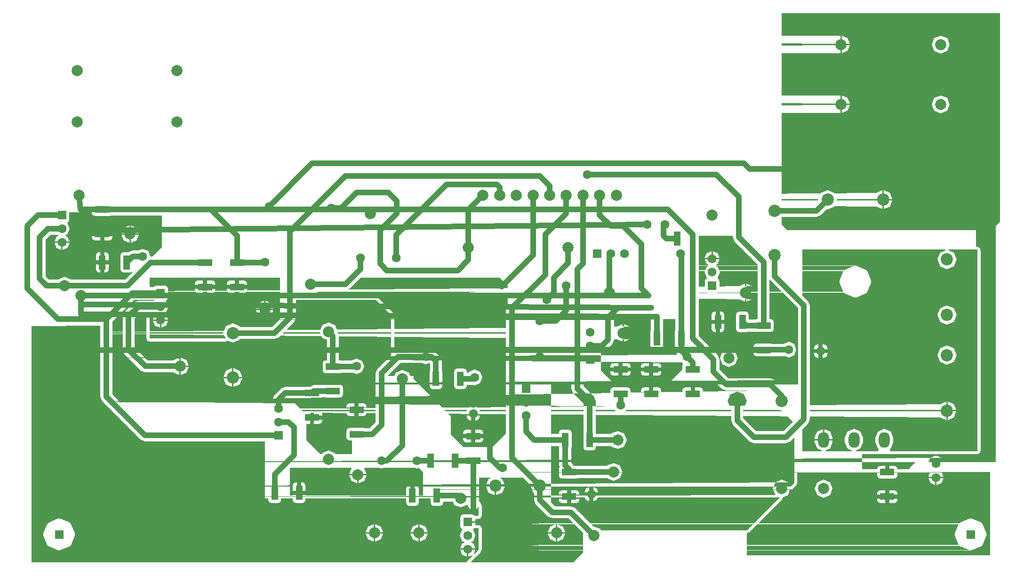
<source format=gtl>
%FSTAX23Y23*%
%MOMM*%
%SFA1B1*%

%IPPOS*%
%ADD10R,1.199998X2.599995*%
%ADD11R,2.599995X1.199998*%
%ADD12C,0.999998*%
%ADD13C,1.999996*%
%ADD14R,1.599997X1.599997*%
%ADD15C,2.199996*%
%ADD16C,1.599997*%
%ADD17R,1.599997X1.599997*%
%ADD18O,1.999996X2.799994*%
%LNpcbbyb2aver3-1*%
%LPD*%
G36*
X92327Y16392D02*
X92268Y16249D01*
X92775Y15025*
X92917Y14966*
Y13749*
X93234Y12984*
X95484Y10734*
X96249Y10417*
X99111*
X101749Y07779*
Y04249*
X99999Y02499*
X81681*
X81632Y02617*
X82288Y03273*
X82293Y03283*
X82354Y03345*
X82391Y03434*
X82406Y03449*
X8241Y03459*
X8242Y03463*
X82435Y03478*
X82524Y03515*
X82586Y03576*
X82596Y03581*
X83306Y04291*
X83347Y0439*
X83423Y04466*
X83499Y0465*
Y04758*
X83541Y04857*
Y08559*
X83499Y08659*
Y08767*
X83468Y08843*
X83392Y08919*
X83382Y08942*
X83359Y08952*
X83284Y09026*
X83274Y0905*
X83251Y09059*
X83175Y09136*
X83099Y09167*
X82991*
X82892Y09208*
X82448*
X82448Y09208*
X8243*
X82341Y09298*
Y09622*
X80999*
Y09876*
X82341*
Y10201*
X8243Y1029*
X82448*
X82448Y10291*
X82892*
X82991Y10332*
X83099*
X83175Y10363*
X83251Y10439*
X83274Y10449*
X83284Y10473*
X83359Y10547*
X83382Y10557*
X83392Y1058*
X83468Y10656*
X83499Y10732*
Y1084*
X83541Y10939*
Y12642*
X83499Y12741*
Y12849*
X83423Y13033*
X83347Y13109*
X83306Y13208*
X83082Y13432*
Y17749*
X85114*
X85139Y17625*
X84775Y17474*
X8432Y16376*
X85999*
X87679*
X87224Y17474*
X8686Y17625*
X86885Y17749*
X90969*
X92327Y16392*
G37*
G36*
X174999Y03749D02*
X131249D01*
Y07708*
X131632Y07867*
X137537Y13772*
X137558Y13823*
X137604Y13854*
X137635Y14009*
X137696Y14154*
X137677Y14199*
X138648Y14601*
X139049Y15572*
X139094Y15553*
X13924Y15614*
X139395Y15644*
X139426Y15691*
X139477Y15712*
X140132Y16367*
X140291Y16749*
Y18749*
X154658*
Y18099*
X154817Y17717*
X155199Y17558*
X157799*
X158182Y17717*
X158341Y18099*
Y18749*
X164119*
X164204Y18622*
X163895Y17876*
X165249*
X166604*
X166295Y18622*
X16638Y18749*
X174999*
Y03749*
G37*
G36*
X71879Y19342D02*
X72252Y19497D01*
X72999Y18749*
Y14541*
X72191*
Y15799*
X72032Y16182*
X71649Y16341*
X71424*
Y14499*
X70674*
Y16341*
X70449*
X70067Y16182*
X69908Y15799*
Y14541*
X51841*
Y14624*
X50699*
X49558*
Y14541*
X48999*
Y19469*
X4903Y19499*
X55718*
X55999Y19383*
X56281Y19499*
X60037*
X60091Y19372*
X59678Y18376*
X6282*
X62408Y19372*
X62461Y19499*
X6512*
X65499Y19342*
X65879Y19499*
X715*
X71879Y19342*
G37*
G36*
X176749Y63749D02*
X175999Y62999D01*
Y20499*
X16657*
X166244Y21284*
X165249Y21697*
X164254Y21284*
X163929Y20499*
X161499*
X160499Y19499*
Y19291*
X158341*
Y19299*
X158182Y19682*
X157799Y19841*
X156874*
Y18699*
X156124*
Y19841*
X155199*
X154817Y19682*
X154658Y19299*
Y19291*
X151999*
Y21958*
X154769*
X154869Y21999*
X15705*
X157149Y21958*
X172642*
X172741Y21999*
X172849*
X172925Y22031*
X173001Y22107*
X173024Y22117*
X173034Y2214*
X173109Y22215*
X173132Y22225*
X173142Y22248*
X173218Y22324*
X173249Y224*
Y22508*
X173291Y22607*
Y58642*
X173249Y58741*
Y58849*
X173218Y58925*
X173142Y59001*
X173132Y59024*
X173109Y59034*
X173034Y59109*
X173024Y59132*
X173001Y59142*
X172925Y59218*
X172849Y59249*
X172741*
X172642Y59291*
X172499*
Y62249*
X138499*
X137499Y63249*
Y64586*
X137533Y64667*
X143749*
X144515Y64984*
X145607Y66077*
X145749Y66018*
X146974Y66525*
X147481Y67749*
X146974Y68974*
X145749Y69481*
X144525Y68974*
X144018Y67749*
X144077Y67607*
X143301Y66832*
X137533*
X137499Y66913*
Y101249*
X176749*
Y63749*
G37*
G36*
X14917Y44985D02*
Y32249D01*
X15234Y31484*
X22174Y24544*
X22939Y24227*
X44499*
Y13999*
X45158*
Y13699*
X45317Y13317*
X45699Y13158*
X46899*
X47282Y13317*
X47441Y13699*
Y13999*
X49558*
Y13699*
X49717Y13317*
X50099Y13158*
X51299*
X51682Y13317*
X51841Y13699*
Y13999*
X69908*
Y13199*
X70067Y12817*
X70449Y12658*
X71649*
X72032Y12817*
X72191Y13199*
Y13999*
X74308*
Y13199*
X74467Y12817*
X74849Y12658*
X76049*
X76432Y12817*
X76591Y13199*
Y13417*
X78367*
X78601Y12851*
X79749Y12376*
X80849Y12831*
X81003Y12791*
X81234Y12234*
X81999Y11917*
X82765Y12234*
X82872Y12494*
X82999Y12469*
Y11047*
Y10939*
X82976Y1093*
X82901Y10855*
X82892Y10832*
X82784*
X82448*
X82448Y10832*
X8243*
X82358Y10802*
X82219Y10844*
X82182Y10932*
X81799Y11091*
X80199*
X79817Y10932*
X79658Y10549*
Y08949*
X79817Y08567*
X80061Y08465*
Y08328*
X80004Y08304*
X79592Y07309*
X80004Y06314*
X80394Y06153*
Y06026*
X80004Y05864*
X79645Y04996*
X80999*
Y04869*
Y04996*
X82354*
X81994Y05864*
X81604Y06026*
Y06153*
X81994Y06314*
X82407Y07309*
X81994Y08304*
X81938Y08328*
Y08465*
X82182Y08567*
X82219Y08655*
X82358Y08697*
X8243Y08667*
X82448*
X82448Y08667*
X82784*
X82892*
X82901Y08644*
X82976Y08569*
X82999Y08559*
Y08452*
Y04965*
Y04857*
X82923Y04673*
X82233Y03983*
X82225Y03977*
X82169Y03964*
X82136Y03986*
X82093Y04048*
X82083Y04089*
X82354Y04742*
X81126*
Y03515*
X8176Y03777*
X81904Y03699*
X81904Y03696*
X81891Y03641*
X80749Y02499*
X02499*
Y44999*
X14827Y45075*
X14917Y44985*
G37*
G36*
X13408Y65349D02*
X13567Y64967D01*
X13949Y64808*
X16549*
X16691Y64867*
X25999*
Y59249*
X24282Y57532*
X24059*
X24024*
X23995*
X23864Y57601*
X23495Y58494*
X22499Y58907*
X21716Y58582*
X20699*
X19996Y58291*
X1905*
X18667Y58132*
X18508Y57749*
Y55149*
X18667Y54767*
X1905Y54608*
X20249*
X20581Y54745*
X20653Y54638*
X19347Y53332*
X09675*
X09648Y53397*
X08499Y53873*
X07351Y53397*
X07324Y53332*
X05698*
X05082Y53948*
Y60551*
X05948Y61417*
X07216*
X07394Y61343*
Y61216*
X07004Y61054*
X06645Y60186*
X07999*
X09354*
X08994Y61054*
X08604Y61216*
Y61343*
X08994Y61504*
X09407Y62499*
X08994Y63494*
X08938Y63518*
Y63655*
X09182Y63757*
X09341Y64139*
Y65499*
X13408*
Y65349*
G37*
G36*
X166961Y58749D02*
X166987Y58622D01*
X166025Y58224*
X165518Y56999*
X166025Y55775*
X167249Y55268*
X168474Y55775*
X168981Y56999*
X168474Y58224*
X167512Y58622*
X167537Y58749*
X172499*
X172642*
X172718Y58718*
X172749Y58642*
Y22607*
X172718Y22531*
X172642Y22499*
X157149*
X157073Y22531*
X157001Y22707*
X156956Y22751*
X156966Y22893*
X157107Y22951*
X157583Y24099*
Y24899*
X157107Y26047*
X155959Y26523*
X154811Y26047*
X154336Y24899*
Y24099*
X154811Y22951*
X154953Y22893*
X154963Y22751*
X154918Y22707*
X154846Y22531*
X154769Y22499*
X151999*
X150882*
X150857Y22624*
X151648Y22951*
X152123Y24099*
Y24899*
X151648Y26047*
X150499Y26523*
X149351Y26047*
X148876Y24899*
Y24099*
X149351Y22951*
X150142Y22624*
X150117Y22499*
X145422*
X145397Y22624*
X146187Y22951*
X146663Y24099*
Y24372*
X143416*
Y24099*
X143891Y22951*
X144682Y22624*
X144657Y22499*
X141249*
Y26469*
X142265Y27484*
X142582Y28249*
Y48749*
X142265Y49515*
X141249Y5053*
Y58749*
X166961*
G37*
G36*
X88249Y52249D02*
Y4903D01*
X88234Y49015*
X87917Y48249*
Y25667*
X85499Y23249*
X80249*
X77999Y25499*
Y28749*
X71249Y35499*
Y35999*
X70666*
X70397Y36647*
X69249Y37123*
X68101Y36647*
X67833Y35999*
X6671*
X66657Y36126*
X68948Y38417*
X72716*
X73499Y38092*
X74119Y38349*
X74217Y38251*
Y36941*
X74158Y36799*
Y34199*
X74317Y33817*
X74699Y33658*
X75899*
X76282Y33817*
X76441Y34199*
Y36799*
X76382Y36941*
Y38699*
X76065Y39465*
X75265Y40265*
X74499Y40582*
X74283*
X73499Y40907*
X72716Y40582*
X68499*
X67896Y40332*
X67857Y40358*
X67791Y40426*
Y46892*
X67749Y46991*
Y47099*
X67673Y47283*
X67597Y47359*
X67556Y47458*
X64958Y50056*
X64859Y50097*
X64783Y50173*
X64599Y50249*
X64491*
X64392Y50291*
X53999*
Y51417*
X58999*
X59765Y51734*
X6178Y53749*
X86749*
X88249Y52249*
G37*
G36*
X126734Y33734D02*
X127499Y33417D01*
X133832*
X13578Y31468*
X136275Y30275*
X137468Y2978*
X139484Y27765*
X137801Y26082*
X132948*
X130582Y28448*
Y30216*
X130724Y30275*
X131231Y31499*
X130724Y32724*
X129499Y33231*
X128275Y32724*
X127768Y31499*
X128275Y30275*
X128417Y30216*
Y27999*
X128734Y27234*
X131734Y24234*
X132499Y23917*
X138249*
X139015Y24234*
X139632Y24851*
X139749Y24803*
Y16749*
X139094Y16094*
X13897Y16119*
X138648Y16898*
X137499Y17373*
X136351Y16898*
X135876Y15749*
X136351Y14601*
X13713Y14279*
X137154Y14154*
X131249Y08249*
X104984*
X104897Y08457*
X103749Y08933*
X103684Y08906*
X100325Y12265*
X99559Y12582*
X96698*
X95999Y1328*
Y23417*
X97408*
Y23199*
X97467Y23057*
Y19949*
X97576Y19686*
X97567Y19682*
X97408Y19299*
Y18099*
X97567Y17717*
X97949Y17558*
X100549*
X100812Y17667*
X106074*
X106101Y17601*
X107249Y17126*
X108397Y17601*
X108873Y18749*
X108397Y19898*
X107249Y20373*
X106101Y19898*
X106074Y19832*
X100571*
X100549Y19841*
X100087*
X100015Y20015*
X99632Y20398*
Y23057*
X99691Y23199*
Y25799*
X99532Y26182*
X99149Y26341*
X97949*
X97567Y26182*
X97408Y25799*
Y25582*
X95999*
Y34499*
X99667*
Y33749*
X99984Y32984*
X101867Y31101*
Y25941*
X101808Y25799*
Y23199*
X101967Y22817*
X102349Y22658*
X103549*
X103932Y22817*
X104091Y23199*
Y23417*
X106824*
X106851Y23351*
X107999Y22876*
X109147Y23351*
X109623Y24499*
X109147Y25648*
X107999Y26123*
X106851Y25648*
X106824Y25582*
X104091*
Y25799*
X104032Y25941*
Y31549*
X103715Y32315*
X101832Y34198*
Y34499*
X106958*
X125969*
X126734Y33734*
G37*
G36*
X128667Y60999D02*
X128984Y60234D01*
X133167Y56051*
Y46221*
X132949*
X132807Y46162*
X131591*
Y47049*
X131432Y47432*
X131049Y47591*
X129849*
X129467Y47432*
X129308Y47049*
Y4445*
X129467Y44067*
X129849Y43908*
X131049*
X131265Y43997*
X132807*
X132949Y43939*
X135549*
X135932Y44097*
X136091Y4448*
Y4568*
X135932Y46063*
X135549Y46221*
X135332*
Y53276*
X135456Y53301*
X135484Y53234*
X140417Y48301*
Y34499*
X13703*
X136265Y35265*
X135499Y35582*
X127948*
X126332Y37198*
Y38999*
X126015Y39765*
X122582Y43198*
Y61249*
X128667*
Y60999*
G37*
G36*
X47249Y4628D02*
X45801Y44832D01*
X40033*
X39974Y44974*
X38749Y45481*
X37525Y44974*
X37018Y43749*
X37388Y42855*
X37318Y42749*
X23749*
Y47417*
X24966*
X25144Y47343*
Y47216*
X24754Y47054*
X24395Y46186*
X25749*
X27104*
X26744Y47054*
X26354Y47216*
Y47343*
X26744Y47504*
X27157Y48499*
X26744Y49494*
X26688Y49518*
Y49655*
X26932Y49757*
X27091Y50139*
Y51739*
X26932Y52122*
X26549Y52281*
X24949*
X24567Y52122*
X24525Y52022*
X23749*
Y53749*
X47249*
Y4628*
G37*
G36*
X64576Y49673D02*
X67173Y47076D01*
X67249Y46892*
Y40403*
Y3978*
X64734Y37265*
X64417Y36499*
Y27698*
X63351Y26632*
X62441*
X62299Y26691*
X59699*
X59317Y26532*
X59158Y26149*
Y24949*
X59317Y24567*
X59699Y24408*
X60167*
Y21999*
X57212*
X57147Y22155*
X55999Y2263*
X54851Y22155*
X54787Y21999*
X54499*
X51999Y24499*
Y27408*
X52624*
Y28549*
Y29691*
X51699*
X51423Y29576*
X49749Y31249*
X4821*
X48157Y31376*
X48648Y31867*
X51557*
X51699Y31808*
X54299*
X54682Y31967*
X54786Y32217*
X55307*
X55449Y32158*
X58049*
X58432Y32317*
X58591Y32699*
Y33899*
X58432Y34282*
X58049Y34441*
X55449*
X55307Y34382*
X53349*
X52646Y34091*
X51699*
X51557Y34032*
X48199*
X47434Y33715*
X46234Y32515*
X45917Y3175*
Y31249*
X1853*
X17082Y32698*
Y45801*
X2103Y49749*
X24568*
X24615Y49709*
X24568Y49582*
X21749*
X20984Y49265*
X19234Y47515*
X18917Y46749*
Y40749*
X19234Y39984*
X22234Y36984*
X22999Y36667*
X28074*
X28101Y36601*
X29122Y36178*
Y37749*
Y3932*
X28101Y38897*
X28074Y38832*
X23448*
X21082Y41198*
Y46301*
X22198Y47417*
X23208*
Y42749*
X23367Y42367*
X23749Y42208*
X37318*
X37369Y42229*
X37423Y42219*
X37554Y42306*
X377Y42367*
X37839Y42395*
X38749Y42018*
X39974Y42525*
X40033Y42667*
X46249*
X47015Y42984*
X49765Y45734*
X50082Y46499*
Y49749*
X64392*
X64576Y49673*
G37*
G36*
X118367Y44191D02*
X118308Y44049D01*
Y41449*
X118367Y41307*
Y40549*
X118684Y39784*
X11918Y39288*
X119504Y38504*
X119749Y38403*
Y3802*
X119658Y37799*
Y37158*
X117541Y35041*
X106958*
X104999Y36999*
Y40357*
X105189*
X105955Y40674*
X107015Y41734*
X107332Y42499*
Y43524*
X107459Y43549*
X107851Y42601*
X108872Y42178*
Y43749*
Y4532*
X107851Y44897*
X107459Y4395*
X107332Y43975*
Y46051*
X10753Y46249*
X113967*
Y44191*
X113908Y44049*
Y41449*
X114067Y41067*
X114449Y40908*
X115649*
X116032Y41067*
X116191Y41449*
Y44049*
X116132Y44191*
Y46249*
X118367*
Y44191*
G37*
%LNpcbbyb2aver3-2*%
%LPC*%
G36*
X9857Y07682D02*
X97126D01*
Y06238*
X98147Y06661*
X9857Y07682*
G37*
G36*
X96872D02*
X95428D01*
X95851Y06661*
X96872Y06238*
Y07682*
G37*
G36*
X85872Y16122D02*
X8432D01*
X84775Y15025*
X85872Y1457*
Y16122*
G37*
G36*
X87679D02*
X86126D01*
Y1457*
X87224Y15025*
X87679Y16122*
G37*
G36*
X96872Y0938D02*
X95851Y08957D01*
X95428Y07936*
X96872*
Y0938*
G37*
G36*
X97126D02*
Y07936D01*
X9857*
X98147Y08957*
X97126Y0938*
G37*
G36*
X145039Y17373D02*
X143891Y16898D01*
X143416Y15749*
X143891Y14601*
X145039Y14126*
X146188Y14601*
X146663Y15749*
X146188Y16898*
X145039Y17373*
G37*
G36*
X157799Y15441D02*
X156874D01*
Y14674*
X158341*
Y14899*
X158182Y15282*
X157799Y15441*
G37*
G36*
X156124D02*
X155199D01*
X154817Y15282*
X154658Y14899*
Y14674*
X156124*
Y15441*
G37*
G36*
X171499Y10368D02*
X1714Y10327D01*
X171292*
X169647Y09645*
X169571Y09569*
X169471Y09528*
X16943Y09428*
X169354Y09352*
X168672Y07707*
Y07599*
X168631Y07499*
X168672Y074*
Y07292*
X169354Y05647*
X16943Y05571*
X169471Y05471*
X169571Y0543*
X169647Y05354*
X171292Y04672*
X1714*
X171499Y04631*
X171599Y04672*
X171707*
X173352Y05354*
X173428Y0543*
X173528Y05471*
X173569Y05571*
X173645Y05647*
X174327Y07292*
Y074*
X174368Y07499*
X174327Y07599*
Y07707*
X173645Y09352*
X173569Y09428*
X173528Y09528*
X173428Y09569*
X173352Y09645*
X171707Y10327*
X171599*
X171499Y10368*
G37*
G36*
X156124Y13924D02*
X154658D01*
Y13699*
X154817Y13317*
X155199Y13158*
X156124*
Y13924*
G37*
G36*
X158341D02*
X156874D01*
Y13158*
X157799*
X158182Y13317*
X158341Y13699*
Y13924*
G37*
G36*
X165122Y17622D02*
X163895D01*
X164254Y16754*
X165122Y16395*
Y17622*
G37*
G36*
X166604D02*
X165376D01*
Y16395*
X166244Y16754*
X166604Y17622*
G37*
G36*
X6282Y18122D02*
X61376D01*
Y16678*
X62397Y17101*
X6282Y18122*
G37*
G36*
X61122D02*
X59678D01*
X60101Y17101*
X61122Y16678*
Y18122*
G37*
G36*
X50324Y16841D02*
X50099D01*
X49717Y16682*
X49558Y16299*
Y15374*
X50324*
Y16841*
G37*
G36*
X51299D02*
X51074D01*
Y15374*
X51841*
Y16299*
X51682Y16682*
X51299Y16841*
G37*
G36*
X148071Y86447D02*
X14705Y86024D01*
X146627Y85003*
X148071*
Y86447*
G37*
G36*
X148325D02*
Y85003D01*
X149769*
X149346Y86024*
X148325Y86447*
G37*
G36*
X148071Y84749D02*
X146627D01*
X14705Y83728*
X148071Y83305*
Y84749*
G37*
G36*
X149769D02*
X148325D01*
Y83305*
X149346Y83728*
X149769Y84749*
G37*
G36*
X166105Y9725D02*
X164957Y96774D01*
X164482Y95626*
X164957Y94478*
X166105Y94003*
X167253Y94478*
X167729Y95626*
X167253Y96774*
X166105Y9725*
G37*
G36*
X148071Y97197D02*
X14705Y96774D01*
X146627Y95753*
X148071*
Y97197*
G37*
G36*
X148325D02*
Y95753D01*
X149769*
X149346Y96774*
X148325Y97197*
G37*
G36*
X148071Y95499D02*
X146627D01*
X14705Y94478*
X148071Y94055*
Y95499*
G37*
G36*
X149769D02*
X148325D01*
Y94055*
X149346Y94478*
X149769Y95499*
G37*
G36*
X166105Y865D02*
X164957Y86024D01*
X164482Y84876*
X164957Y83728*
X166105Y83253*
X167253Y83728*
X167729Y84876*
X167253Y86024*
X166105Y865*
G37*
G36*
X155622Y69429D02*
X154525Y68974D01*
X15407Y67876*
X155622*
Y69429*
G37*
G36*
X155876D02*
Y67876D01*
X157429*
X156974Y68974*
X155876Y69429*
G37*
G36*
X157429Y67622D02*
X155876D01*
Y6607*
X156974Y66525*
X157429Y67622*
G37*
G36*
X155622D02*
X15407D01*
X154525Y66525*
X155622Y6607*
Y67622*
G37*
G36*
X64122Y07682D02*
X62678D01*
X63101Y06661*
X64122Y06238*
Y07682*
G37*
G36*
X6582D02*
X64376D01*
Y06238*
X65397Y06661*
X6582Y07682*
G37*
G36*
X72122D02*
X70678D01*
X71101Y06661*
X72122Y06238*
Y07682*
G37*
G36*
X80872Y04742D02*
X79645D01*
X80004Y03874*
X80872Y03515*
Y04742*
G37*
G36*
X72376Y0938D02*
Y07936D01*
X7382*
X73397Y08957*
X72376Y0938*
G37*
G36*
X07499Y10368D02*
X074Y10327D01*
X07292*
X05647Y09645*
X05571Y09569*
X05471Y09528*
X0543Y09428*
X05354Y09352*
X04672Y07707*
Y07599*
X04631Y07499*
X04672Y074*
Y07292*
X05354Y05647*
X0543Y05571*
X05471Y05471*
X05571Y0543*
X05647Y05354*
X07292Y04672*
X074*
X07499Y04631*
X07599Y04672*
X07707*
X09352Y05354*
X09428Y0543*
X09528Y05471*
X09569Y05571*
X09645Y05647*
X10327Y07292*
Y074*
X10368Y07499*
X10327Y07599*
Y07707*
X09645Y09352*
X09569Y09428*
X09528Y09528*
X09428Y09569*
X09352Y09645*
X07707Y10327*
X07599*
X07499Y10368*
G37*
G36*
X64122Y0938D02*
X63101Y08957D01*
X62678Y07936*
X64122*
Y0938*
G37*
G36*
X7382Y07682D02*
X72376D01*
Y06238*
X73397Y06661*
X7382Y07682*
G37*
G36*
X64376Y0938D02*
Y07936D01*
X6582*
X65397Y08957*
X64376Y0938*
G37*
G36*
X72122D02*
X71101Y08957D01*
X70678Y07936*
X72122*
Y0938*
G37*
G36*
X14874Y58291D02*
X14649D01*
X14267Y58132*
X14108Y57749*
Y56824*
X14874*
Y58291*
G37*
G36*
X15849D02*
X15624D01*
Y56824*
X16391*
Y57749*
X16232Y58132*
X15849Y58291*
G37*
G36*
X07872Y59932D02*
X06645D01*
X07004Y59064*
X07872Y58705*
Y59932*
G37*
G36*
X20122Y61422D02*
X18678D01*
X19101Y60401*
X20122Y59978*
Y61422*
G37*
G36*
X14874Y61174D02*
X13408D01*
Y60949*
X13567Y60567*
X13949Y60408*
X14874*
Y61174*
G37*
G36*
X09354Y59932D02*
X08126D01*
Y58705*
X08994Y59064*
X09354Y59932*
G37*
G36*
X2182Y61422D02*
X20376D01*
Y59978*
X21398Y60401*
X2182Y61422*
G37*
G36*
X14874Y56074D02*
X14108D01*
Y55149*
X14267Y54767*
X14649Y54608*
X14874*
Y56074*
G37*
G36*
X16391D02*
X15624D01*
Y54608*
X15849*
X16232Y54767*
X16391Y55149*
Y56074*
G37*
G36*
X20376Y6312D02*
Y61676D01*
X2182*
X21398Y62697*
X20376Y6312*
G37*
G36*
X14874Y62691D02*
X13949D01*
X13567Y62532*
X13408Y62149*
Y61924*
X14874*
Y62691*
G37*
G36*
X17091Y61174D02*
X15624D01*
Y60408*
X16549*
X16932Y60567*
X17091Y60949*
Y61174*
G37*
G36*
X20122Y6312D02*
X19101Y62697D01*
X18678Y61676*
X20122*
Y6312*
G37*
G36*
X16549Y62691D02*
X15624D01*
Y61924*
X17091*
Y62149*
X16932Y62532*
X16549Y62691*
G37*
G36*
X167122Y31429D02*
X166025Y30974D01*
X16557Y29876*
X167122*
Y31429*
G37*
G36*
X168929Y29622D02*
X167376D01*
Y2807*
X168474Y28525*
X168929Y29622*
G37*
G36*
X167122D02*
X16557D01*
X166025Y28525*
X167122Y2807*
Y29622*
G37*
G36*
X167376Y31429D02*
Y29876D01*
X168929*
X168474Y30974*
X167376Y31429*
G37*
G36*
X144912Y2647D02*
X143891Y26047D01*
X143803Y25833*
X143734Y25805*
X143417Y25039*
X143445Y24971*
X143416Y24899*
Y24626*
X144912*
Y2647*
G37*
G36*
X145166D02*
Y24626D01*
X146663*
Y24899*
X146187Y26047*
X145166Y2647*
G37*
G36*
X150749Y55868D02*
X15065Y55827D01*
X150542*
X148897Y55145*
X148821Y55069*
X148721Y55028*
X14868Y54928*
X148604Y54852*
X147922Y53207*
Y53099*
X147881Y52999*
X147922Y529*
Y52792*
X148604Y51147*
X14868Y51071*
X148721Y50971*
X148821Y5093*
X148897Y50854*
X150542Y50172*
X15065*
X150749Y50131*
X150849Y50172*
X150957*
X152602Y50854*
X152678Y5093*
X152778Y50971*
X152819Y51071*
X152895Y51147*
X153577Y52792*
Y529*
X153618Y52999*
X153577Y53099*
Y53207*
X152895Y54852*
X152819Y54928*
X152778Y55028*
X152678Y55069*
X152602Y55145*
X150957Y55827*
X150849*
X150749Y55868*
G37*
G36*
X167249Y41481D02*
X166025Y40974D01*
X165518Y39749*
X166025Y38525*
X167249Y38018*
X168474Y38525*
X168981Y39749*
X168474Y40974*
X167249Y41481*
G37*
G36*
X144124Y40124D02*
X143248D01*
X143504Y39504*
X144124Y39248*
Y40124*
G37*
G36*
X144874Y41751D02*
Y40874D01*
X145751*
X145494Y41494*
X144874Y41751*
G37*
G36*
X145751Y40124D02*
X144874D01*
Y39248*
X145494Y39504*
X145751Y40124*
G37*
G36*
X144124Y41751D02*
X143504Y41494D01*
X143248Y40874*
X144124*
Y41751*
G37*
G36*
X167249Y48731D02*
X166025Y48224D01*
X165518Y46999*
X166025Y45775*
X167249Y45268*
X168474Y45775*
X168981Y46999*
X168474Y48224*
X167249Y48731*
G37*
G36*
X81624Y30501D02*
X81004Y30244D01*
X80748Y29624*
X81624*
Y30501*
G37*
G36*
X82374D02*
Y29624D01*
X83251*
X82994Y30244*
X82374Y30501*
G37*
G36*
X81624Y26341D02*
X80699D01*
X80317Y26182*
X80158Y25799*
Y25574*
X81624*
Y26341*
G37*
G36*
X83299D02*
X82374D01*
Y25574*
X83841*
Y25799*
X83682Y26182*
X83299Y26341*
G37*
G36*
X81624Y28874D02*
X80748D01*
X81004Y28254*
X81624Y27998*
Y28874*
G37*
G36*
X83251D02*
X82374D01*
Y27998*
X82994Y28254*
X83251Y28874*
G37*
G36*
X80299Y37341D02*
X79099D01*
X78717Y37182*
X78558Y36799*
Y34199*
X78717Y33817*
X79099Y33658*
X80299*
X80682Y33817*
X80841Y34199*
Y34417*
X81999*
X82034Y34431*
X82249Y34342*
X83244Y34754*
X83657Y35749*
X83244Y36744*
X82249Y37157*
X81254Y36744*
X81187Y36582*
X80841*
Y36799*
X80682Y37182*
X80299Y37341*
G37*
G36*
X81624Y24824D02*
X80158D01*
Y24599*
X80317Y24217*
X80699Y24058*
X81624*
Y24824*
G37*
G36*
X83841D02*
X82374D01*
Y24058*
X83299*
X83682Y24217*
X83841Y24599*
Y24824*
G37*
G36*
X109799Y33941D02*
X107199D01*
X106817Y33782*
X106658Y33399*
Y32199*
X106817Y31817*
X107199Y31658*
X107417*
Y31533*
X107092Y30749*
X107504Y29754*
X108499Y29342*
X109494Y29754*
X109907Y30749*
X109582Y31533*
Y31658*
X109799*
X110182Y31817*
X110341Y32199*
Y33399*
X110182Y33782*
X109799Y33941*
G37*
G36*
X113624D02*
X112699D01*
X112317Y33782*
X112158Y33399*
Y33174*
X113624*
Y33941*
G37*
G36*
X115299D02*
X114374D01*
Y33174*
X115841*
Y33399*
X115682Y33782*
X115299Y33941*
G37*
G36*
X122799D02*
X121874D01*
Y33174*
X123341*
Y33399*
X123182Y33782*
X122799Y33941*
G37*
G36*
X121124Y32424D02*
X119658D01*
Y32199*
X119817Y31817*
X120199Y31658*
X121124*
Y32424*
G37*
G36*
X115841D02*
X114374D01*
Y31658*
X115299*
X115682Y31817*
X115841Y32199*
Y32424*
G37*
G36*
X121124Y33941D02*
X120199D01*
X119817Y33782*
X119658Y33399*
Y33174*
X121124*
Y33941*
G37*
G36*
X123341Y32424D02*
X121874D01*
Y31658*
X122799*
X123182Y31817*
X123341Y32199*
Y32424*
G37*
G36*
X113624D02*
X112158D01*
Y32199*
X112317Y31817*
X112699Y31658*
X113624*
Y32424*
G37*
G36*
X102874Y14374D02*
X101998D01*
X102254Y13754*
X102874Y13498*
Y14374*
G37*
G36*
X104501D02*
X103624D01*
Y13498*
X104244Y13754*
X104501Y14374*
G37*
G36*
X98874Y15441D02*
X97949D01*
X97567Y15282*
X97408Y14899*
Y14674*
X98874*
Y15441*
G37*
G36*
Y13924D02*
X97408D01*
Y13699*
X97567Y13317*
X97949Y13158*
X98874*
Y13924*
G37*
G36*
X101091D02*
X99624D01*
Y13158*
X100549*
X100932Y13317*
X101091Y13699*
Y13924*
G37*
G36*
X103624Y16001D02*
Y15124D01*
X104501*
X104244Y15744*
X103624Y16001*
G37*
G36*
X100549Y15441D02*
X99624D01*
Y14674*
X101091*
Y14899*
X100932Y15282*
X100549Y15441*
G37*
G36*
X102874Y16001D02*
X102254Y15744D01*
X101998Y15124*
X102874*
Y16001*
G37*
G36*
X124872Y58484D02*
X124004Y58124D01*
X123645Y57256*
X124872*
Y58484*
G37*
G36*
X125126D02*
Y57256D01*
X126354*
X125994Y58124*
X125126Y58484*
G37*
G36*
X131126Y5257D02*
Y51126D01*
X13257*
X132148Y52147*
X131126Y5257*
G37*
G36*
X126354Y57002D02*
X124999D01*
X123645*
X124004Y56134*
X124394Y55973*
Y55846*
X124004Y55684*
X123592Y54689*
X124004Y53694*
X124061Y53671*
Y53533*
X123817Y53432*
X123658Y53049*
Y51449*
X123817Y51067*
X124199Y50908*
X125799*
X126182Y51067*
X126341Y51449*
Y53049*
X126182Y53432*
X125938Y53533*
Y53671*
X125994Y53694*
X126407Y54689*
X125994Y55684*
X125604Y55846*
Y55973*
X125994Y56134*
X126354Y57002*
G37*
G36*
X130872Y5257D02*
X129851Y52147D01*
X129428Y51126*
X130872*
Y5257*
G37*
G36*
X127999Y40873D02*
X126851Y40397D01*
X126376Y39249*
X126851Y38101*
X127999Y37626*
X129148Y38101*
X129623Y39249*
X129148Y40397*
X127999Y40873*
G37*
G36*
X138749Y42157D02*
X137797Y41762D01*
X135691*
X135549Y41821*
X132949*
X132567Y41663*
X132408Y4128*
Y4008*
X132567Y39697*
X132949Y39539*
X135549*
X135691Y39597*
X138134*
X138749Y39342*
X139744Y39754*
X140157Y40749*
X139744Y41744*
X138749Y42157*
G37*
G36*
X130872Y50872D02*
X129428D01*
X129851Y49851*
X130872Y49428*
Y50872*
G37*
G36*
X13257D02*
X131126D01*
Y49428*
X132148Y49851*
X13257Y50872*
G37*
G36*
X125674Y45374D02*
X124908D01*
Y4445*
X125067Y44067*
X125449Y43908*
X125674*
Y45374*
G37*
G36*
X127191D02*
X126424D01*
Y43908*
X126649*
X127032Y44067*
X127191Y4445*
Y45374*
G37*
G36*
X125674Y47591D02*
X125449D01*
X125067Y47432*
X124908Y47049*
Y46124*
X125674*
Y47591*
G37*
G36*
X126649D02*
X126424D01*
Y46124*
X127191*
Y47049*
X127032Y47432*
X126649Y47591*
G37*
G36*
X33374Y53191D02*
X32449D01*
X32067Y53032*
X31908Y52649*
Y52424*
X33374*
Y53191*
G37*
G36*
X39124D02*
X38199D01*
X37817Y53032*
X37658Y52649*
Y52424*
X39124*
Y53191*
G37*
G36*
X40799D02*
X39874D01*
Y52424*
X41341*
Y52649*
X41182Y53032*
X40799Y53191*
G37*
G36*
X35049D02*
X34124D01*
Y52424*
X35591*
Y52649*
X35432Y53032*
X35049Y53191*
G37*
G36*
X44626Y4957D02*
Y48126D01*
X4607*
X45647Y49147*
X44626Y4957*
G37*
G36*
X4607Y47872D02*
X44626D01*
Y46428*
X45647Y46851*
X4607Y47872*
G37*
G36*
X44372Y4957D02*
X43351Y49147D01*
X42928Y48126*
X44372*
Y4957*
G37*
G36*
X39124Y51674D02*
X37658D01*
Y51449*
X37817Y51067*
X38199Y50908*
X39124*
Y51674*
G37*
G36*
X41341D02*
X39874D01*
Y50908*
X40799*
X41182Y51067*
X41341Y51449*
Y51674*
G37*
G36*
X33374D02*
X31908D01*
Y51449*
X32067Y51067*
X32449Y50908*
X33374*
Y51674*
G37*
G36*
X35591D02*
X34124D01*
Y50908*
X35049*
X35432Y51067*
X35591Y51449*
Y51674*
G37*
G36*
X44372Y47872D02*
X42928D01*
X43351Y46851*
X44372Y46428*
Y47872*
G37*
G36*
X25622Y45932D02*
X24395D01*
X24754Y45064*
X25622Y44705*
Y45932*
G37*
G36*
X27104D02*
X25876D01*
Y44705*
X26744Y45064*
X27104Y45932*
G37*
G36*
X62841Y29574D02*
X61374D01*
Y28808*
X62299*
X62682Y28967*
X62841Y29349*
Y29574*
G37*
G36*
X54299Y29691D02*
X53374D01*
Y28924*
X54841*
Y29149*
X54682Y29532*
X54299Y29691*
G37*
G36*
X60624Y29574D02*
X59158D01*
Y29349*
X59317Y28967*
X59699Y28808*
X60624*
Y29574*
G37*
G36*
X54841Y28174D02*
X53374D01*
Y27408*
X54299*
X54682Y27567*
X54841Y27949*
Y28174*
G37*
G36*
X40429Y35622D02*
X38876D01*
Y3407*
X39974Y34525*
X40429Y35622*
G37*
G36*
X38622D02*
X3707D01*
X37525Y34525*
X38622Y3407*
Y35622*
G37*
G36*
X62299Y31091D02*
X61374D01*
Y30324*
X62841*
Y30549*
X62682Y30932*
X62299Y31091*
G37*
G36*
X60624D02*
X59699D01*
X59317Y30932*
X59158Y30549*
Y30324*
X60624*
Y31091*
G37*
G36*
X38622Y37429D02*
X37525Y36974D01*
X3707Y35876*
X38622*
Y37429*
G37*
G36*
X29376Y3932D02*
Y37876D01*
X3082*
X30398Y38897*
X29376Y3932*
G37*
G36*
X38876Y37429D02*
Y35876D01*
X40429*
X39974Y36974*
X38876Y37429*
G37*
G36*
X3082Y37622D02*
X29376D01*
Y36178*
X30398Y36601*
X3082Y37622*
G37*
G36*
X55999Y45623D02*
X54851Y45147D01*
X54376Y43999*
X54851Y42851*
X55667Y42514*
Y38841*
X55449*
X55067Y38682*
X54908Y38299*
Y37099*
X55067Y36717*
X55449Y36558*
X58049*
X58191Y36617*
X60336*
X60999Y36342*
X61994Y36754*
X62407Y37749*
X61994Y38744*
X60999Y39157*
X60095Y38782*
X58191*
X58049Y38841*
X57832*
Y43249*
X57572Y43876*
X57623Y43999*
X57147Y45147*
X55999Y45623*
G37*
G36*
X115299Y38341D02*
X114374D01*
Y37574*
X115841*
Y37799*
X115682Y38182*
X115299Y38341*
G37*
G36*
X113624D02*
X112699D01*
X112317Y38182*
X112158Y37799*
Y37574*
X113624*
Y38341*
G37*
G36*
X110341Y36824D02*
X108874D01*
Y36058*
X109799*
X110182Y36217*
X110341Y36599*
Y36824*
G37*
G36*
X113624D02*
X112158D01*
Y36599*
X112317Y36217*
X112699Y36058*
X113624*
Y36824*
G37*
G36*
X108124D02*
X106658D01*
Y36599*
X106817Y36217*
X107199Y36058*
X108124*
Y36824*
G37*
G36*
X115841D02*
X114374D01*
Y36058*
X115299*
X115682Y36217*
X115841Y36599*
Y36824*
G37*
G36*
X108124Y38341D02*
X107199D01*
X106817Y38182*
X106658Y37799*
Y37574*
X108124*
Y38341*
G37*
G36*
X109799D02*
X108874D01*
Y37574*
X110341*
Y37799*
X110182Y38182*
X109799Y38341*
G37*
G36*
X11057Y43622D02*
X109126D01*
Y42178*
X110147Y42601*
X11057Y43622*
G37*
G36*
X109126Y4532D02*
Y43876D01*
X11057*
X110147Y44897*
X109126Y4532*
G37*
%LNpcbbyb2aver3-3*%
%LPD*%
G54D10*
X118699Y60749D03*
X1143D03*
X130449Y45749D03*
X126049D03*
X98549Y24499D03*
X102949D03*
X78699Y20749D03*
X74299D03*
X119449Y42749D03*
X115049D03*
X15249Y56449D03*
X19649D03*
X46299Y14999D03*
X50699D03*
X75449Y14499D03*
X71049D03*
X79699Y35499D03*
X75299D03*
G54D11*
X121499Y32799D03*
Y37199D03*
X156499Y18699D03*
Y14299D03*
X113999Y32799D03*
Y37199D03*
X99249Y14299D03*
Y18699D03*
X81999Y25199D03*
Y20799D03*
X39499Y56449D03*
Y52049D03*
X56749Y37699D03*
Y33299D03*
X134249Y4508D03*
Y4068D03*
X15249Y65949D03*
Y61549D03*
X108499Y37199D03*
Y32799D03*
X33749Y52049D03*
Y56449D03*
X52999Y32949D03*
Y28549D03*
X60999Y29949D03*
Y25549D03*
G54D12*
X81143Y56893D02*
Y59122D01*
X79249Y54999D02*
X81143Y56893D01*
X66499Y54999D02*
X79249D01*
X65249Y56249D02*
X66499Y54999D01*
X65249Y56249D02*
Y62249D01*
X68249Y65249*
Y67499*
X66749Y68999D02*
X68249Y67499D01*
X60999Y68999D02*
X66749D01*
X58249Y66249D02*
X60999Y68999D01*
X56499Y66249D02*
X58249D01*
X45249Y66499D02*
X52999Y74249D01*
X130749*
X131749Y73249*
X138999*
X93999Y71999D02*
X95749Y70249D01*
X58999Y71999D02*
X93999D01*
X48999Y61999D02*
X58999Y71999D01*
X136249Y65749D02*
X143749D01*
X145749Y67749*
X130449Y45749D02*
X131119Y4508D01*
X134249*
X102499Y72249D02*
X125749D01*
X129749Y68249*
Y60999D02*
Y68249D01*
Y60999D02*
X134249Y56499D01*
Y4508D02*
Y56499D01*
X116249Y62999D02*
X116499Y63249D01*
X116249Y61249D02*
Y62999D01*
Y61249D02*
X116749Y60749D01*
X118699*
X144499Y25039D02*
X145039Y24499D01*
X13868Y4068D02*
X138749Y40749D01*
X134249Y4068D02*
X13868D01*
X136249Y53999D02*
Y57749D01*
Y53999D02*
X141499Y48749D01*
Y28249D02*
Y48749D01*
X138249Y24999D02*
X141499Y28249D01*
X132499Y24999D02*
X138249D01*
X129499Y27999D02*
X132499Y24999D01*
X129499Y27999D02*
Y31499D01*
X106499Y57749D02*
X106749Y57999D01*
X106499Y50999D02*
Y57749D01*
X113249Y63249D02*
X1143Y62199D01*
Y60749D02*
Y62199D01*
X108999Y62999D02*
X112249Y59749D01*
Y51749D02*
Y59749D01*
Y51749D02*
X113499Y50499D01*
X119249Y57999D02*
X119449Y57799D01*
Y42749D02*
Y57799D01*
Y40549D02*
X120499Y39499D01*
X119449Y40549D02*
Y42749D01*
X120499Y39499D02*
X121499Y38499D01*
Y37199D02*
Y38499D01*
X11463Y4888D02*
Y50499D01*
Y47119D02*
Y4888D01*
Y47119D02*
X115049Y46699D01*
Y42749D02*
Y46699D01*
X113999Y48249D02*
X11463Y4888D01*
X107999Y48249D02*
X113999D01*
X106249Y46499D02*
X107999Y48249D01*
X106249Y42499D02*
Y46499D01*
X105189Y41439D02*
X106249Y42499D01*
X102999Y41439D02*
X105189D01*
X98749Y47749D02*
Y52249D01*
X96879Y45879D02*
X98749Y47749D01*
X93999Y45879D02*
X96879D01*
X100749Y55249D02*
X101749Y56249D01*
X100749Y33749D02*
Y55249D01*
Y33749D02*
X102949Y31549D01*
X86749Y19499D02*
X87249D01*
X84999Y21249D02*
X86749Y19499D01*
X84999Y21249D02*
Y24249D01*
X9525Y49749D02*
X96499Y50999D01*
Y53749*
X9905Y563*
Y59122*
X73499Y39499D02*
X74499D01*
X68499D02*
X73499D01*
X81999Y35499D02*
X82249Y35749D01*
X79699Y35499D02*
X81999D01*
X60949Y37699D02*
X60999Y37749D01*
X56749Y37699D02*
X60949D01*
X98549Y19949D02*
Y24499D01*
Y19949D02*
X99249Y19249D01*
Y18699D02*
Y19249D01*
X91499Y25999D02*
Y28869D01*
Y25999D02*
X92999Y24499D01*
X98549*
X81999Y11917D02*
Y20799D01*
X71879Y20749D02*
D01*
X74299*
X81949D02*
X81999Y20799D01*
X78699Y20749D02*
X81949D01*
X79249Y14499D02*
X79749Y13999D01*
X75449Y14499D02*
X79249D01*
X75299Y35499D02*
Y38699D01*
X74499Y39499D02*
X75299Y38699D01*
X65499Y36499D02*
X68499Y39499D01*
X65499Y27249D02*
Y36499D01*
X63799Y25549D02*
X65499Y27249D01*
X60999Y25549D02*
X63799D01*
X69249Y23499D02*
Y35499D01*
X66499Y20749D02*
X69249Y23499D01*
X65499Y20749D02*
X66499D01*
X93999Y13749D02*
Y16249D01*
Y13749D02*
X96249Y11499D01*
X99559*
X103749Y07309*
X99249Y18699D02*
X99299Y18749D01*
X107249*
X102949Y24499D02*
D01*
X107999*
X108499Y30749D02*
D01*
Y32799*
X137499Y31499D02*
Y32499D01*
X135499Y34499D02*
X137499Y32499D01*
X127499Y34499D02*
X135499D01*
X125249Y36749D02*
X127499Y34499D01*
X125249Y36749D02*
Y38999D01*
X121499Y42749D02*
X125249Y38999D01*
X121499Y42749D02*
Y61499D01*
X116999Y65999D02*
X121499Y61499D01*
X1133Y65999D02*
X116999D01*
X1108Y68499D02*
X1133Y65999D01*
X113499Y50499D02*
X11463D01*
X106749Y62999D02*
X108999D01*
X104749Y64999D02*
X106749Y62999D01*
X104749Y64999D02*
Y68499D01*
X101749Y56249D02*
Y68499D01*
X102949Y24499D02*
Y31549D01*
X46999Y27749D02*
X48749D01*
X49749Y26749*
Y21749D02*
Y26749D01*
X46299Y18299D02*
X49749Y21749D01*
X46299Y14999D02*
Y18299D01*
X48199Y32949D02*
X52999D01*
X46999Y3175D02*
X48199Y32949D01*
X46999Y30189D02*
Y3175D01*
X52999Y32949D02*
X53349Y33299D01*
X56749*
X22939Y25309D02*
X46999D01*
X15999Y32249D02*
X22939Y25309D01*
X15999Y32249D02*
Y46249D01*
X4445Y56449D02*
X44499Y56499D01*
X39499Y56449D02*
X4445D01*
X39499D02*
Y61249D01*
X34799Y65949D02*
X39499Y61249D01*
X15249Y65949D02*
X34799D01*
X19649Y56449D02*
X20699Y57499D01*
X22499*
X08499Y52249D02*
X19795D01*
X23995Y56449*
X33749*
X88999Y21249D02*
X93999Y16249D01*
X88999Y21249D02*
Y48249D01*
X94999Y54249*
Y61499*
X98749Y65249*
Y68499*
X38749Y43749D02*
X46249D01*
X48999Y46499*
Y61999*
X95749Y68499D02*
Y70249D01*
X87124Y52124D02*
X92749Y57749D01*
Y68499*
X68129Y57249D02*
Y61379D01*
X77249Y70499*
X86249*
X86749Y69999*
Y68499D02*
Y69999D01*
Y68499D02*
D01*
X81143Y59122D02*
Y65893D01*
X83749Y68499*
X20689Y50939D02*
X25749D01*
X15999Y46249D02*
X20689Y50939D01*
X07249Y46249D02*
X15999D01*
X01749Y51749D02*
X07249Y46249D01*
X01749Y51749D02*
Y62999D01*
X03689Y64939*
X07999*
X56749Y37699D02*
Y43249D01*
X55999Y43999D02*
X56749Y43249D01*
X61749Y55249D02*
Y57249D01*
X58999Y52499D02*
X61749Y55249D01*
X52749Y52499D02*
X58999D01*
X22999Y37749D02*
X29249D01*
X19999Y40749D02*
X22999Y37749D01*
X19999Y40749D02*
Y46749D01*
X21749Y48499*
X25749*
X05499Y62499D02*
X07999D01*
X03999Y60999D02*
X05499Y62499D01*
X03999Y53499D02*
Y60999D01*
Y53499D02*
X05249Y52249D01*
X08499*
G54D13*
X81143Y59122D03*
X9905D03*
X11463Y50499D03*
X106499Y50999D03*
X127999Y39249D03*
X28656Y81749D03*
X10749D03*
X107249Y18749D03*
X103749Y07309D03*
X69249Y35499D03*
X55999Y43999D03*
X96999Y07809D03*
X44499Y47999D03*
X55999Y21006D03*
X108999Y43749D03*
X145039Y15749D03*
X72249Y07809D03*
X130999Y50999D03*
X20249Y61549D03*
X137499Y15749D03*
X64249Y07809D03*
X107999Y24499D03*
X79749Y13999D03*
X124999Y64999D03*
X29249Y37749D03*
X08499Y52249D03*
X10749Y90999D03*
X28656D03*
X166105Y95626D03*
X148198D03*
X83749Y68499D03*
X86749D03*
X92749D03*
X89749D03*
X101749D03*
X104749D03*
X98749D03*
X95749D03*
X107749D03*
X1108D03*
X166105Y84876D03*
X148198D03*
X635Y65249D03*
X52749Y52499D03*
X61249Y18249D03*
G54D14*
X171499Y07499D03*
X07499D03*
X104309Y57999D03*
G54D15*
X137499Y31499D03*
X129499D03*
X93999Y16249D03*
X85999D03*
X167249Y29749D03*
Y39749D03*
X38749Y43749D03*
Y35749D03*
X167249Y46999D03*
Y56999D03*
X136249Y57749D03*
Y65749D03*
X155749Y67749D03*
X145749D03*
G54D16*
X80999Y04869D03*
Y07309D03*
X124999Y57129D03*
Y54689D03*
X106749Y57999D03*
X109189D03*
X102999Y43879D03*
Y41439D03*
X91499Y31309D03*
Y28869D03*
X46999Y27749D03*
Y30189D03*
X25749Y46059D03*
Y48499D03*
X07999Y62499D03*
Y60059D03*
X93999Y39499D03*
Y45879D03*
X165249Y20289D03*
Y17749D03*
X65499Y20749D03*
X71879D03*
X68129Y57249D03*
X61749D03*
X56499Y66249D03*
X45249Y66499D03*
X102499Y72249D03*
X116499Y63249D03*
X144499Y40499D03*
X138749Y40749D03*
X113249Y63249D03*
X119249Y57999D03*
X120499Y39499D03*
X98749Y52249D03*
X103249Y14749D03*
X87249Y19499D03*
X9525Y49749D03*
X73499Y39499D03*
X82249Y35749D03*
X81999Y29249D03*
X60999Y37749D03*
X108499Y30749D03*
X44499Y56499D03*
X22499Y57499D03*
G54D17*
X80999Y09749D03*
X124999Y52249D03*
X102999Y38999D03*
X91499Y33749D03*
X46999Y25309D03*
X25749Y50939D03*
X07999Y64939D03*
G54D18*
X155959Y24499D03*
X150499D03*
X145039D03*
M02*
</source>
